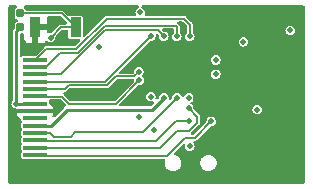
<source format=gbl>
%TF.GenerationSoftware,KiCad,Pcbnew,(6.0.9)*%
%TF.CreationDate,2023-06-25T00:46:12+02:00*%
%TF.ProjectId,keyring_beerclock,6b657972-696e-4675-9f62-656572636c6f,rev?*%
%TF.SameCoordinates,Original*%
%TF.FileFunction,Copper,L4,Bot*%
%TF.FilePolarity,Positive*%
%FSLAX46Y46*%
G04 Gerber Fmt 4.6, Leading zero omitted, Abs format (unit mm)*
G04 Created by KiCad (PCBNEW (6.0.9)) date 2023-06-25 00:46:12*
%MOMM*%
%LPD*%
G01*
G04 APERTURE LIST*
G04 Aperture macros list*
%AMRoundRect*
0 Rectangle with rounded corners*
0 $1 Rounding radius*
0 $2 $3 $4 $5 $6 $7 $8 $9 X,Y pos of 4 corners*
0 Add a 4 corners polygon primitive as box body*
4,1,4,$2,$3,$4,$5,$6,$7,$8,$9,$2,$3,0*
0 Add four circle primitives for the rounded corners*
1,1,$1+$1,$2,$3*
1,1,$1+$1,$4,$5*
1,1,$1+$1,$6,$7*
1,1,$1+$1,$8,$9*
0 Add four rect primitives between the rounded corners*
20,1,$1+$1,$2,$3,$4,$5,0*
20,1,$1+$1,$4,$5,$6,$7,0*
20,1,$1+$1,$6,$7,$8,$9,0*
20,1,$1+$1,$8,$9,$2,$3,0*%
G04 Aperture macros list end*
%TA.AperFunction,SMDPad,CuDef*%
%ADD10R,0.900000X1.700000*%
%TD*%
%TA.AperFunction,SMDPad,CuDef*%
%ADD11RoundRect,0.160000X0.160000X-0.197500X0.160000X0.197500X-0.160000X0.197500X-0.160000X-0.197500X0*%
%TD*%
%TA.AperFunction,SMDPad,CuDef*%
%ADD12R,2.000000X0.350000*%
%TD*%
%TA.AperFunction,ViaPad*%
%ADD13C,0.500000*%
%TD*%
%TA.AperFunction,Conductor*%
%ADD14C,0.150000*%
%TD*%
%TA.AperFunction,Conductor*%
%ADD15C,0.250000*%
%TD*%
%TA.AperFunction,Conductor*%
%ADD16C,0.200000*%
%TD*%
G04 APERTURE END LIST*
D10*
%TO.P,SW3,1,1*%
%TO.N,BTN_RIGHT*%
X135120000Y-69340000D03*
%TO.P,SW3,2,2*%
%TO.N,GND*%
X131720000Y-69340000D03*
%TD*%
D11*
%TO.P,R7,1*%
%TO.N,+3V3*%
X130450000Y-69348928D03*
%TO.P,R7,2*%
%TO.N,BTN_RIGHT*%
X130450000Y-68153928D03*
%TD*%
D12*
%TO.P,U1,1,C2P*%
%TO.N,/C2P*%
X131690000Y-80150000D03*
%TO.P,U1,2,C2N*%
%TO.N,/C2N*%
X131690000Y-79530000D03*
%TO.P,U1,3,C1P*%
%TO.N,/C1P*%
X131690000Y-78910000D03*
%TO.P,U1,4,C1N*%
%TO.N,/C1N*%
X131690000Y-78290000D03*
%TO.P,U1,5,VBAT*%
%TO.N,/VBAT*%
X131690000Y-77670000D03*
%TO.P,U1,6,NC*%
%TO.N,unconnected-(U1-Pad6)*%
X131690000Y-77050000D03*
%TO.P,U1,7,VSS*%
%TO.N,GND*%
X131690000Y-76430000D03*
%TO.P,U1,8,VDD*%
%TO.N,+3V3*%
X131690000Y-75810000D03*
%TO.P,U1,9,~{RES}*%
%TO.N,~{RES}*%
X131690000Y-75190000D03*
%TO.P,U1,10,SCL*%
%TO.N,SCL*%
X131690000Y-74570000D03*
%TO.P,U1,11,SDA*%
%TO.N,SDA*%
X131690000Y-73950000D03*
%TO.P,U1,12,IREF*%
%TO.N,/IREF*%
X131690000Y-73330000D03*
%TO.P,U1,13,VCOMM*%
%TO.N,/VCOMM*%
X131690000Y-72710000D03*
%TO.P,U1,14,VCC*%
%TO.N,/VCC_CAP*%
X131690000Y-72090000D03*
%TD*%
D13*
%TO.N,GND*%
X150500000Y-78100000D03*
X150500000Y-77400000D03*
%TO.N,UDPI*%
X144700000Y-75300000D03*
X150500000Y-76300000D03*
%TO.N,BTN_RIGHT*%
X133000000Y-70200000D03*
%TO.N,GND*%
X133000000Y-69400000D03*
X133000000Y-68700000D03*
X147100000Y-74400000D03*
X147100000Y-70900000D03*
X135400000Y-82100000D03*
X133200000Y-82100000D03*
X131000000Y-82100000D03*
X146500000Y-68600000D03*
X146500000Y-67900000D03*
X139500000Y-67900000D03*
%TO.N,+3V3*%
X141800000Y-78050500D03*
%TO.N,BTN_RIGHT*%
X141500000Y-75200000D03*
%TO.N,GND*%
X137800000Y-75000000D03*
%TO.N,/PWR_IN*%
X140500000Y-76900000D03*
X144800000Y-79400000D03*
%TO.N,GND*%
X145300000Y-73100000D03*
%TO.N,+3V3*%
X130100000Y-75800000D03*
X137100000Y-71000000D03*
X140600000Y-68072975D03*
X153300000Y-69600000D03*
X149330000Y-70570000D03*
X147000000Y-73300000D03*
X147000000Y-72100000D03*
%TO.N,~{RES}*%
X140505741Y-73807176D03*
%TO.N,SCL*%
X140480000Y-73120000D03*
%TO.N,/C2P*%
X146600000Y-77300000D03*
%TO.N,/C2N*%
X144700000Y-76200000D03*
%TO.N,/C1P*%
X144700000Y-77300000D03*
%TO.N,/C1N*%
X143700000Y-75300000D03*
%TO.N,/VBAT*%
X142600000Y-75300000D03*
%TO.N,/VCC_CAP*%
X144800000Y-70100000D03*
%TO.N,/VCOMM*%
X143700000Y-70100000D03*
%TO.N,/IREF*%
X142600000Y-70100000D03*
%TO.N,SDA*%
X141500000Y-70100000D03*
%TD*%
D14*
%TO.N,BTN_RIGHT*%
X133860000Y-69340000D02*
X133000000Y-70200000D01*
X135120000Y-69340000D02*
X133860000Y-69340000D01*
D15*
%TO.N,+3V3*%
X130100000Y-69698928D02*
X130450000Y-69348928D01*
X130100000Y-75800000D02*
X130100000Y-69698928D01*
D14*
%TO.N,BTN_RIGHT*%
X133933928Y-68153928D02*
X135120000Y-69340000D01*
X130450000Y-68153928D02*
X133933928Y-68153928D01*
%TO.N,/VCC_CAP*%
X135171473Y-71179999D02*
X132600001Y-71179999D01*
X137751472Y-68600000D02*
X135171473Y-71179999D01*
X144300000Y-68600000D02*
X137751472Y-68600000D01*
X144800000Y-69100000D02*
X144300000Y-68600000D01*
X144800000Y-70100000D02*
X144800000Y-69100000D01*
X132600001Y-71179999D02*
X131690000Y-72090000D01*
%TO.N,/VCOMM*%
X132605759Y-72710000D02*
X131690000Y-72710000D01*
X135295737Y-71479999D02*
X133835760Y-71479999D01*
X133835760Y-71479999D02*
X132605759Y-72710000D01*
X137575736Y-69200000D02*
X135295737Y-71479999D01*
X143600000Y-69200000D02*
X137575736Y-69200000D01*
X143700000Y-69300000D02*
X143600000Y-69200000D01*
X143700000Y-70100000D02*
X143700000Y-69300000D01*
%TO.N,/IREF*%
X133870000Y-73330000D02*
X131690000Y-73330000D01*
X137600000Y-69600000D02*
X133870000Y-73330000D01*
X142100000Y-69600000D02*
X137600000Y-69600000D01*
X142600000Y-70100000D02*
X142100000Y-69600000D01*
%TO.N,~{RES}*%
X134000000Y-75200000D02*
X131700000Y-75200000D01*
X131700000Y-75200000D02*
X131690000Y-75190000D01*
X134600000Y-75800000D02*
X134000000Y-75200000D01*
X138512917Y-75800000D02*
X134600000Y-75800000D01*
X140505741Y-73807176D02*
X138512917Y-75800000D01*
%TO.N,SCL*%
X138524264Y-73500000D02*
X137774264Y-74250000D01*
X140100000Y-73500000D02*
X138524264Y-73500000D01*
X134550000Y-74250000D02*
X134230000Y-74570000D01*
X134230000Y-74570000D02*
X131690000Y-74570000D01*
X140480000Y-73120000D02*
X140100000Y-73500000D01*
X137774264Y-74250000D02*
X134550000Y-74250000D01*
D15*
%TO.N,+3V3*%
X130110000Y-75810000D02*
X130100000Y-75800000D01*
X131690000Y-75810000D02*
X130110000Y-75810000D01*
D16*
%TO.N,/C2P*%
X131740000Y-80200000D02*
X131690000Y-80150000D01*
X144368627Y-78700000D02*
X142868627Y-80200000D01*
X145200000Y-78700000D02*
X144368627Y-78700000D01*
X146600000Y-77300000D02*
X145200000Y-78700000D01*
X142868627Y-80200000D02*
X131740000Y-80200000D01*
%TO.N,/C2N*%
X144700000Y-78100000D02*
X143700000Y-78100000D01*
X145400000Y-77400000D02*
X144700000Y-78100000D01*
X145400000Y-76900000D02*
X145400000Y-77400000D01*
X143700000Y-78100000D02*
X142270000Y-79530000D01*
X144700000Y-76200000D02*
X145400000Y-76900000D01*
X142270000Y-79530000D02*
X131690000Y-79530000D01*
%TO.N,/C1P*%
X141964999Y-78935001D02*
X131715001Y-78935001D01*
X143600000Y-77300000D02*
X141964999Y-78935001D01*
X131715001Y-78935001D02*
X131690000Y-78910000D01*
X144700000Y-77300000D02*
X143600000Y-77300000D01*
%TO.N,/C1N*%
X132990000Y-78290000D02*
X131690000Y-78290000D01*
X133285001Y-78585001D02*
X132990000Y-78290000D01*
X135085001Y-78200000D02*
X134700000Y-78585001D01*
X140800000Y-78200000D02*
X135085001Y-78200000D01*
X134700000Y-78585001D02*
X133285001Y-78585001D01*
X143700000Y-75300000D02*
X140800000Y-78200000D01*
D15*
%TO.N,/VBAT*%
X134370000Y-76300000D02*
X133000000Y-77670000D01*
X141600000Y-76300000D02*
X134370000Y-76300000D01*
X133000000Y-77670000D02*
X131690000Y-77670000D01*
X142600000Y-75300000D02*
X141600000Y-76300000D01*
D14*
%TO.N,SDA*%
X137650000Y-73950000D02*
X131690000Y-73950000D01*
X141500000Y-70100000D02*
X137650000Y-73950000D01*
%TD*%
%TA.AperFunction,Conductor*%
%TO.N,GND*%
G36*
X130105438Y-67490502D02*
G01*
X130151931Y-67544158D01*
X130162035Y-67614432D01*
X130132541Y-67679012D01*
X130115728Y-67694042D01*
X130111085Y-67696105D01*
X130029365Y-67777967D01*
X130024662Y-67788604D01*
X130024661Y-67788606D01*
X130004313Y-67834633D01*
X129982594Y-67883760D01*
X129979500Y-67910299D01*
X129979501Y-68397556D01*
X129982722Y-68424632D01*
X130029677Y-68530343D01*
X130111539Y-68612063D01*
X130166107Y-68636187D01*
X130220320Y-68682023D01*
X130241148Y-68749896D01*
X130221974Y-68818255D01*
X130166307Y-68866577D01*
X130111085Y-68891105D01*
X130029365Y-68972967D01*
X130024662Y-68983604D01*
X130024661Y-68983606D01*
X129986425Y-69070094D01*
X129982594Y-69078760D01*
X129979500Y-69105299D01*
X129979501Y-69267450D01*
X129979501Y-69377621D01*
X129959499Y-69445741D01*
X129942596Y-69466716D01*
X129933156Y-69476156D01*
X129914064Y-69491826D01*
X129901376Y-69500304D01*
X129840485Y-69591433D01*
X129824500Y-69671795D01*
X129819103Y-69698928D01*
X129821524Y-69711099D01*
X129822079Y-69713889D01*
X129824500Y-69738471D01*
X129824500Y-75456918D01*
X129804498Y-75525039D01*
X129787595Y-75546013D01*
X129771950Y-75561658D01*
X129714354Y-75674696D01*
X129712804Y-75684485D01*
X129712803Y-75684487D01*
X129701339Y-75756869D01*
X129694508Y-75800000D01*
X129696059Y-75809793D01*
X129712620Y-75914354D01*
X129714354Y-75925304D01*
X129771950Y-76038342D01*
X129861658Y-76128050D01*
X129974696Y-76185646D01*
X129984485Y-76187196D01*
X129984487Y-76187197D01*
X130100000Y-76205492D01*
X130099518Y-76208535D01*
X130151994Y-76223943D01*
X130166386Y-76234717D01*
X130187865Y-76253329D01*
X130195548Y-76255000D01*
X133179884Y-76255000D01*
X133195123Y-76250525D01*
X133196328Y-76249135D01*
X133197999Y-76241452D01*
X133197999Y-76210331D01*
X133197629Y-76203510D01*
X133192105Y-76152648D01*
X133188479Y-76137396D01*
X133143324Y-76016946D01*
X133134786Y-76001351D01*
X133058285Y-75899276D01*
X133045724Y-75886715D01*
X132943649Y-75810214D01*
X132928055Y-75801676D01*
X132922273Y-75799509D01*
X132865508Y-75756869D01*
X132840806Y-75690308D01*
X132840500Y-75681526D01*
X132840500Y-75620180D01*
X132831767Y-75576278D01*
X132836231Y-75575390D01*
X132831285Y-75529028D01*
X132863116Y-75465567D01*
X132924203Y-75429389D01*
X132955265Y-75425500D01*
X133854403Y-75425500D01*
X133922524Y-75445502D01*
X133943498Y-75462404D01*
X134171403Y-75690308D01*
X134314210Y-75833115D01*
X134348235Y-75895428D01*
X134343171Y-75966243D01*
X134300624Y-76023079D01*
X134274114Y-76038175D01*
X134262506Y-76040484D01*
X134194378Y-76086006D01*
X134194377Y-76086007D01*
X134171376Y-76101376D01*
X134164485Y-76111689D01*
X134162898Y-76114064D01*
X134147228Y-76133156D01*
X133378225Y-76902159D01*
X133315913Y-76936185D01*
X133245098Y-76931120D01*
X133188262Y-76888573D01*
X133163451Y-76822053D01*
X133171148Y-76768834D01*
X133188478Y-76722606D01*
X133192105Y-76707351D01*
X133197631Y-76656486D01*
X133198000Y-76649672D01*
X133198000Y-76623115D01*
X133193525Y-76607876D01*
X133192135Y-76606671D01*
X133184452Y-76605000D01*
X130200116Y-76605000D01*
X130184877Y-76609475D01*
X130183672Y-76610865D01*
X130182001Y-76618548D01*
X130182001Y-76649669D01*
X130182371Y-76656490D01*
X130187895Y-76707352D01*
X130191521Y-76722604D01*
X130236676Y-76843054D01*
X130245214Y-76858649D01*
X130321715Y-76960724D01*
X130334276Y-76973285D01*
X130436351Y-77049786D01*
X130451945Y-77058324D01*
X130457727Y-77060491D01*
X130514492Y-77103131D01*
X130539194Y-77169692D01*
X130539500Y-77178474D01*
X130539500Y-77239820D01*
X130548233Y-77283722D01*
X130555128Y-77294042D01*
X130559876Y-77305503D01*
X130557580Y-77306454D01*
X130573642Y-77357753D01*
X130557294Y-77413428D01*
X130559876Y-77414497D01*
X130555128Y-77425958D01*
X130548233Y-77436278D01*
X130539500Y-77480180D01*
X130539500Y-77859820D01*
X130548233Y-77903722D01*
X130555128Y-77914042D01*
X130559876Y-77925503D01*
X130557580Y-77926454D01*
X130573642Y-77977753D01*
X130557294Y-78033428D01*
X130559876Y-78034497D01*
X130555128Y-78045958D01*
X130548233Y-78056278D01*
X130539500Y-78100180D01*
X130539500Y-78479820D01*
X130548233Y-78523722D01*
X130555128Y-78534042D01*
X130559876Y-78545503D01*
X130557580Y-78546454D01*
X130573642Y-78597753D01*
X130557294Y-78653428D01*
X130559876Y-78654497D01*
X130555128Y-78665958D01*
X130548233Y-78676278D01*
X130539500Y-78720180D01*
X130539500Y-79099820D01*
X130548233Y-79143722D01*
X130555128Y-79154042D01*
X130559876Y-79165503D01*
X130557580Y-79166454D01*
X130573642Y-79217753D01*
X130557294Y-79273428D01*
X130559876Y-79274497D01*
X130555128Y-79285958D01*
X130548233Y-79296278D01*
X130539500Y-79340180D01*
X130539500Y-79719820D01*
X130548233Y-79763722D01*
X130555128Y-79774042D01*
X130559876Y-79785503D01*
X130557580Y-79786454D01*
X130573642Y-79837753D01*
X130557294Y-79893428D01*
X130559876Y-79894497D01*
X130555128Y-79905958D01*
X130548233Y-79916278D01*
X130539500Y-79960180D01*
X130539500Y-80339820D01*
X130548233Y-80383722D01*
X130555127Y-80394040D01*
X130555128Y-80394042D01*
X130573547Y-80421608D01*
X130581496Y-80433504D01*
X130591815Y-80440399D01*
X130620958Y-80459872D01*
X130620960Y-80459873D01*
X130631278Y-80466767D01*
X130675180Y-80475500D01*
X132704820Y-80475500D01*
X132748722Y-80466767D01*
X132758797Y-80460035D01*
X132806730Y-80450500D01*
X142581465Y-80450500D01*
X142649586Y-80470502D01*
X142696079Y-80524158D01*
X142706183Y-80594432D01*
X142703669Y-80607196D01*
X142669919Y-80741559D01*
X142669031Y-80911105D01*
X142708612Y-81075968D01*
X142786375Y-81226631D01*
X142791367Y-81232353D01*
X142791368Y-81232355D01*
X142853808Y-81303931D01*
X142897831Y-81354396D01*
X142904045Y-81358763D01*
X143030330Y-81447518D01*
X143030332Y-81447519D01*
X143036547Y-81451887D01*
X143194513Y-81513476D01*
X143202046Y-81514468D01*
X143202047Y-81514468D01*
X143319739Y-81529962D01*
X143323826Y-81530500D01*
X143412516Y-81530500D01*
X143538320Y-81515276D01*
X143696923Y-81455345D01*
X143836651Y-81359312D01*
X143846132Y-81348671D01*
X143944388Y-81238392D01*
X143944390Y-81238388D01*
X143949440Y-81232721D01*
X143956238Y-81219883D01*
X144025224Y-81089589D01*
X144028776Y-81082881D01*
X144070081Y-80918441D01*
X144070119Y-80911105D01*
X145669031Y-80911105D01*
X145708612Y-81075968D01*
X145786375Y-81226631D01*
X145791367Y-81232353D01*
X145791368Y-81232355D01*
X145853808Y-81303931D01*
X145897831Y-81354396D01*
X145904045Y-81358763D01*
X146030330Y-81447518D01*
X146030332Y-81447519D01*
X146036547Y-81451887D01*
X146194513Y-81513476D01*
X146202046Y-81514468D01*
X146202047Y-81514468D01*
X146319739Y-81529962D01*
X146323826Y-81530500D01*
X146412516Y-81530500D01*
X146538320Y-81515276D01*
X146696923Y-81455345D01*
X146836651Y-81359312D01*
X146846132Y-81348671D01*
X146944388Y-81238392D01*
X146944390Y-81238388D01*
X146949440Y-81232721D01*
X146956238Y-81219883D01*
X147025224Y-81089589D01*
X147028776Y-81082881D01*
X147070081Y-80918441D01*
X147070969Y-80748895D01*
X147031388Y-80584032D01*
X146975371Y-80475500D01*
X146957108Y-80440117D01*
X146957108Y-80440116D01*
X146953625Y-80433369D01*
X146948313Y-80427279D01*
X146847163Y-80311329D01*
X146842169Y-80305604D01*
X146783649Y-80264475D01*
X146709670Y-80212482D01*
X146709668Y-80212481D01*
X146703453Y-80208113D01*
X146545487Y-80146524D01*
X146537954Y-80145532D01*
X146537953Y-80145532D01*
X146420261Y-80130038D01*
X146420260Y-80130038D01*
X146416174Y-80129500D01*
X146327484Y-80129500D01*
X146201680Y-80144724D01*
X146043077Y-80204655D01*
X145903349Y-80300688D01*
X145898297Y-80306358D01*
X145898296Y-80306359D01*
X145795612Y-80421608D01*
X145795610Y-80421612D01*
X145790560Y-80427279D01*
X145787008Y-80433988D01*
X145787007Y-80433989D01*
X145783613Y-80440399D01*
X145711224Y-80577119D01*
X145669919Y-80741559D01*
X145669031Y-80911105D01*
X144070119Y-80911105D01*
X144070969Y-80748895D01*
X144031388Y-80584032D01*
X143975371Y-80475500D01*
X143957108Y-80440117D01*
X143957108Y-80440116D01*
X143953625Y-80433369D01*
X143948313Y-80427279D01*
X143847163Y-80311329D01*
X143842169Y-80305604D01*
X143783649Y-80264475D01*
X143709670Y-80212482D01*
X143709668Y-80212481D01*
X143703453Y-80208113D01*
X143545487Y-80146524D01*
X143542776Y-80146167D01*
X143483551Y-80110915D01*
X143451862Y-80047383D01*
X143459550Y-79976804D01*
X143486796Y-79936091D01*
X144190236Y-79232651D01*
X144252548Y-79198625D01*
X144323363Y-79203690D01*
X144380199Y-79246237D01*
X144405010Y-79312757D01*
X144403780Y-79341456D01*
X144396059Y-79390206D01*
X144394508Y-79400000D01*
X144414354Y-79525304D01*
X144471950Y-79638342D01*
X144561658Y-79728050D01*
X144674696Y-79785646D01*
X144684485Y-79787196D01*
X144684487Y-79787197D01*
X144790207Y-79803941D01*
X144800000Y-79805492D01*
X144809793Y-79803941D01*
X144915513Y-79787197D01*
X144915515Y-79787196D01*
X144925304Y-79785646D01*
X145038342Y-79728050D01*
X145128050Y-79638342D01*
X145185646Y-79525304D01*
X145205492Y-79400000D01*
X145203941Y-79390206D01*
X145187197Y-79284487D01*
X145187196Y-79284485D01*
X145185646Y-79274696D01*
X145156632Y-79217753D01*
X145132551Y-79170491D01*
X145132550Y-79170489D01*
X145128050Y-79161658D01*
X145121039Y-79154647D01*
X145119878Y-79153049D01*
X145096019Y-79086182D01*
X145112098Y-79017030D01*
X145163012Y-78967549D01*
X145200565Y-78958249D01*
X145200000Y-78955408D01*
X145297741Y-78935966D01*
X145327536Y-78916057D01*
X145380601Y-78880601D01*
X145387493Y-78870286D01*
X145387495Y-78870284D01*
X145387688Y-78869995D01*
X145403358Y-78850902D01*
X146513414Y-77740846D01*
X146575726Y-77706820D01*
X146595181Y-77704729D01*
X146600000Y-77705492D01*
X146609793Y-77703941D01*
X146715513Y-77687197D01*
X146715515Y-77687196D01*
X146725304Y-77685646D01*
X146838342Y-77628050D01*
X146928050Y-77538342D01*
X146985646Y-77425304D01*
X146993562Y-77375327D01*
X147003941Y-77309793D01*
X147005492Y-77300000D01*
X147000986Y-77271551D01*
X146987197Y-77184487D01*
X146987196Y-77184485D01*
X146985646Y-77174696D01*
X146928050Y-77061658D01*
X146838342Y-76971950D01*
X146725304Y-76914354D01*
X146715515Y-76912804D01*
X146715513Y-76912803D01*
X146609793Y-76896059D01*
X146600000Y-76894508D01*
X146590207Y-76896059D01*
X146484487Y-76912803D01*
X146484485Y-76912804D01*
X146474696Y-76914354D01*
X146361658Y-76971950D01*
X146271950Y-77061658D01*
X146214354Y-77174696D01*
X146212804Y-77184485D01*
X146212803Y-77184487D01*
X146199014Y-77271551D01*
X146194508Y-77300000D01*
X146194793Y-77301801D01*
X146176057Y-77365612D01*
X146159154Y-77386586D01*
X145133145Y-78412595D01*
X145070833Y-78446621D01*
X145044050Y-78449500D01*
X145008950Y-78449500D01*
X144940829Y-78429498D01*
X144894336Y-78375842D01*
X144884232Y-78305568D01*
X144913726Y-78240988D01*
X144919855Y-78234405D01*
X145550902Y-77603358D01*
X145569995Y-77587688D01*
X145570284Y-77587495D01*
X145570286Y-77587493D01*
X145580601Y-77580601D01*
X145635966Y-77497740D01*
X145650500Y-77424674D01*
X145650500Y-77424673D01*
X145655408Y-77400000D01*
X145652921Y-77387497D01*
X145650500Y-77362915D01*
X145650500Y-76937085D01*
X145652921Y-76912502D01*
X145652987Y-76912170D01*
X145655408Y-76900000D01*
X145638754Y-76816278D01*
X145635966Y-76802260D01*
X145580601Y-76719399D01*
X145570286Y-76712507D01*
X145570284Y-76712505D01*
X145569995Y-76712312D01*
X145550902Y-76696642D01*
X145154260Y-76300000D01*
X150094508Y-76300000D01*
X150114354Y-76425304D01*
X150171950Y-76538342D01*
X150261658Y-76628050D01*
X150374696Y-76685646D01*
X150384485Y-76687196D01*
X150384487Y-76687197D01*
X150490207Y-76703941D01*
X150500000Y-76705492D01*
X150509793Y-76703941D01*
X150615513Y-76687197D01*
X150615515Y-76687196D01*
X150625304Y-76685646D01*
X150738342Y-76628050D01*
X150828050Y-76538342D01*
X150885646Y-76425304D01*
X150905492Y-76300000D01*
X150903941Y-76290207D01*
X150887197Y-76184487D01*
X150887196Y-76184485D01*
X150885646Y-76174696D01*
X150828050Y-76061658D01*
X150738342Y-75971950D01*
X150625304Y-75914354D01*
X150615515Y-75912804D01*
X150615513Y-75912803D01*
X150509793Y-75896059D01*
X150500000Y-75894508D01*
X150490207Y-75896059D01*
X150384487Y-75912803D01*
X150384485Y-75912804D01*
X150374696Y-75914354D01*
X150261658Y-75971950D01*
X150171950Y-76061658D01*
X150114354Y-76174696D01*
X150112804Y-76184485D01*
X150112803Y-76184487D01*
X150096059Y-76290207D01*
X150094508Y-76300000D01*
X145154260Y-76300000D01*
X145140846Y-76286586D01*
X145106820Y-76224274D01*
X145104729Y-76204819D01*
X145105492Y-76200000D01*
X145094809Y-76132550D01*
X145087197Y-76084487D01*
X145087196Y-76084485D01*
X145085646Y-76074696D01*
X145028050Y-75961658D01*
X144938342Y-75871950D01*
X144919338Y-75862267D01*
X144867723Y-75813519D01*
X144850657Y-75744604D01*
X144873558Y-75677402D01*
X144919338Y-75637733D01*
X144929510Y-75632550D01*
X144929509Y-75632550D01*
X144938342Y-75628050D01*
X145028050Y-75538342D01*
X145085646Y-75425304D01*
X145087909Y-75411019D01*
X145103941Y-75309793D01*
X145105492Y-75300000D01*
X145088103Y-75190207D01*
X145087197Y-75184487D01*
X145087196Y-75184485D01*
X145085646Y-75174696D01*
X145028050Y-75061658D01*
X144938342Y-74971950D01*
X144825304Y-74914354D01*
X144815515Y-74912804D01*
X144815513Y-74912803D01*
X144709793Y-74896059D01*
X144700000Y-74894508D01*
X144690207Y-74896059D01*
X144584487Y-74912803D01*
X144584485Y-74912804D01*
X144574696Y-74914354D01*
X144461658Y-74971950D01*
X144371950Y-75061658D01*
X144314354Y-75174696D01*
X144312412Y-75173706D01*
X144279759Y-75221458D01*
X144214362Y-75249095D01*
X144144405Y-75236988D01*
X144092100Y-75188981D01*
X144085683Y-75174932D01*
X144085646Y-75174696D01*
X144028050Y-75061658D01*
X143938342Y-74971950D01*
X143825304Y-74914354D01*
X143815515Y-74912804D01*
X143815513Y-74912803D01*
X143709793Y-74896059D01*
X143700000Y-74894508D01*
X143690207Y-74896059D01*
X143584487Y-74912803D01*
X143584485Y-74912804D01*
X143574696Y-74914354D01*
X143461658Y-74971950D01*
X143371950Y-75061658D01*
X143314354Y-75174696D01*
X143312804Y-75184485D01*
X143312803Y-75184487D01*
X143311897Y-75190207D01*
X143294508Y-75300000D01*
X143294793Y-75301801D01*
X143276057Y-75365612D01*
X143259154Y-75386586D01*
X143215668Y-75430072D01*
X143153356Y-75464098D01*
X143082541Y-75459033D01*
X143025705Y-75416486D01*
X143000894Y-75349966D01*
X143002124Y-75321267D01*
X143003941Y-75309794D01*
X143003941Y-75309793D01*
X143005492Y-75300000D01*
X142988103Y-75190207D01*
X142987197Y-75184487D01*
X142987196Y-75184485D01*
X142985646Y-75174696D01*
X142928050Y-75061658D01*
X142838342Y-74971950D01*
X142725304Y-74914354D01*
X142715515Y-74912804D01*
X142715513Y-74912803D01*
X142609793Y-74896059D01*
X142600000Y-74894508D01*
X142590207Y-74896059D01*
X142484487Y-74912803D01*
X142484485Y-74912804D01*
X142474696Y-74914354D01*
X142361658Y-74971950D01*
X142271950Y-75061658D01*
X142214354Y-75174696D01*
X142212804Y-75184485D01*
X142212803Y-75184487D01*
X142197924Y-75278430D01*
X142162570Y-75347814D01*
X142103503Y-75406881D01*
X142041191Y-75440907D01*
X141970376Y-75435842D01*
X141913540Y-75393295D01*
X141888729Y-75326775D01*
X141889959Y-75298076D01*
X141903941Y-75209794D01*
X141903941Y-75209793D01*
X141905492Y-75200000D01*
X141901484Y-75174696D01*
X141887197Y-75084487D01*
X141887196Y-75084485D01*
X141885646Y-75074696D01*
X141828050Y-74961658D01*
X141738342Y-74871950D01*
X141625304Y-74814354D01*
X141615515Y-74812804D01*
X141615513Y-74812803D01*
X141509793Y-74796059D01*
X141500000Y-74794508D01*
X141490207Y-74796059D01*
X141384487Y-74812803D01*
X141384485Y-74812804D01*
X141374696Y-74814354D01*
X141261658Y-74871950D01*
X141171950Y-74961658D01*
X141114354Y-75074696D01*
X141112804Y-75084485D01*
X141112803Y-75084487D01*
X141098516Y-75174696D01*
X141094508Y-75200000D01*
X141096059Y-75209793D01*
X141110042Y-75298076D01*
X141114354Y-75325304D01*
X141171950Y-75438342D01*
X141261658Y-75528050D01*
X141374696Y-75585646D01*
X141384485Y-75587196D01*
X141384487Y-75587197D01*
X141490207Y-75603941D01*
X141500000Y-75605492D01*
X141509793Y-75603941D01*
X141509794Y-75603941D01*
X141598076Y-75589959D01*
X141668487Y-75599059D01*
X141722801Y-75644781D01*
X141743773Y-75712609D01*
X141724745Y-75781009D01*
X141706881Y-75803503D01*
X141522789Y-75987595D01*
X141460477Y-76021621D01*
X141433694Y-76024500D01*
X138911513Y-76024500D01*
X138843392Y-76004498D01*
X138796899Y-75950842D01*
X138786795Y-75880568D01*
X138816289Y-75815988D01*
X138822418Y-75809405D01*
X140385597Y-74246226D01*
X140447909Y-74212200D01*
X140494405Y-74210873D01*
X140495945Y-74211117D01*
X140495949Y-74211117D01*
X140505741Y-74212668D01*
X140515534Y-74211117D01*
X140621254Y-74194373D01*
X140621256Y-74194372D01*
X140631045Y-74192822D01*
X140744083Y-74135226D01*
X140833791Y-74045518D01*
X140891387Y-73932480D01*
X140911233Y-73807176D01*
X140897683Y-73721621D01*
X140892938Y-73691663D01*
X140892937Y-73691661D01*
X140891387Y-73681872D01*
X140833791Y-73568834D01*
X140804770Y-73539813D01*
X140770744Y-73477501D01*
X140775809Y-73406686D01*
X140796576Y-73374366D01*
X140795211Y-73373374D01*
X140801038Y-73365354D01*
X140808050Y-73358342D01*
X140837777Y-73300000D01*
X146594508Y-73300000D01*
X146614354Y-73425304D01*
X146671950Y-73538342D01*
X146761658Y-73628050D01*
X146874696Y-73685646D01*
X146884485Y-73687196D01*
X146884487Y-73687197D01*
X146990207Y-73703941D01*
X147000000Y-73705492D01*
X147009793Y-73703941D01*
X147115513Y-73687197D01*
X147115515Y-73687196D01*
X147125304Y-73685646D01*
X147238342Y-73628050D01*
X147328050Y-73538342D01*
X147385646Y-73425304D01*
X147405492Y-73300000D01*
X147396829Y-73245304D01*
X147387197Y-73184487D01*
X147387196Y-73184485D01*
X147385646Y-73174696D01*
X147328050Y-73061658D01*
X147238342Y-72971950D01*
X147125304Y-72914354D01*
X147115515Y-72912804D01*
X147115513Y-72912803D01*
X147009793Y-72896059D01*
X147000000Y-72894508D01*
X146990207Y-72896059D01*
X146884487Y-72912803D01*
X146884485Y-72912804D01*
X146874696Y-72914354D01*
X146761658Y-72971950D01*
X146671950Y-73061658D01*
X146614354Y-73174696D01*
X146612804Y-73184485D01*
X146612803Y-73184487D01*
X146603171Y-73245304D01*
X146594508Y-73300000D01*
X140837777Y-73300000D01*
X140865646Y-73245304D01*
X140875279Y-73184487D01*
X140883941Y-73129793D01*
X140885492Y-73120000D01*
X140877192Y-73067595D01*
X140867197Y-73004487D01*
X140867196Y-73004485D01*
X140865646Y-72994696D01*
X140808050Y-72881658D01*
X140718342Y-72791950D01*
X140605304Y-72734354D01*
X140595515Y-72732804D01*
X140595513Y-72732803D01*
X140489793Y-72716059D01*
X140480000Y-72714508D01*
X140470207Y-72716059D01*
X140364487Y-72732803D01*
X140364485Y-72732804D01*
X140354696Y-72734354D01*
X140241658Y-72791950D01*
X140151950Y-72881658D01*
X140094354Y-72994696D01*
X140092804Y-73004485D01*
X140092803Y-73004487D01*
X140082808Y-73067595D01*
X140074508Y-73120000D01*
X140076059Y-73129793D01*
X140076059Y-73139711D01*
X140074489Y-73139711D01*
X140066800Y-73199201D01*
X140021078Y-73253515D01*
X139951451Y-73274500D01*
X138948596Y-73274500D01*
X138880475Y-73254498D01*
X138833982Y-73200842D01*
X138823878Y-73130568D01*
X138853372Y-73065988D01*
X138859501Y-73059405D01*
X139818906Y-72100000D01*
X146594508Y-72100000D01*
X146596059Y-72109793D01*
X146603434Y-72156354D01*
X146614354Y-72225304D01*
X146671950Y-72338342D01*
X146761658Y-72428050D01*
X146874696Y-72485646D01*
X146884485Y-72487196D01*
X146884487Y-72487197D01*
X146990207Y-72503941D01*
X147000000Y-72505492D01*
X147009793Y-72503941D01*
X147115513Y-72487197D01*
X147115515Y-72487196D01*
X147125304Y-72485646D01*
X147238342Y-72428050D01*
X147328050Y-72338342D01*
X147385646Y-72225304D01*
X147396567Y-72156354D01*
X147403941Y-72109793D01*
X147405492Y-72100000D01*
X147397110Y-72047075D01*
X147387197Y-71984487D01*
X147387196Y-71984485D01*
X147385646Y-71974696D01*
X147328050Y-71861658D01*
X147238342Y-71771950D01*
X147125304Y-71714354D01*
X147115515Y-71712804D01*
X147115513Y-71712803D01*
X147009793Y-71696059D01*
X147000000Y-71694508D01*
X146990207Y-71696059D01*
X146884487Y-71712803D01*
X146884485Y-71712804D01*
X146874696Y-71714354D01*
X146761658Y-71771950D01*
X146671950Y-71861658D01*
X146614354Y-71974696D01*
X146612804Y-71984485D01*
X146612803Y-71984487D01*
X146602890Y-72047075D01*
X146594508Y-72100000D01*
X139818906Y-72100000D01*
X141348905Y-70570000D01*
X148924508Y-70570000D01*
X148926059Y-70579793D01*
X148941912Y-70679884D01*
X148944354Y-70695304D01*
X149001950Y-70808342D01*
X149091658Y-70898050D01*
X149204696Y-70955646D01*
X149214485Y-70957196D01*
X149214487Y-70957197D01*
X149320207Y-70973941D01*
X149330000Y-70975492D01*
X149339793Y-70973941D01*
X149445513Y-70957197D01*
X149445515Y-70957196D01*
X149455304Y-70955646D01*
X149568342Y-70898050D01*
X149658050Y-70808342D01*
X149715646Y-70695304D01*
X149718089Y-70679884D01*
X149733941Y-70579793D01*
X149735492Y-70570000D01*
X149733637Y-70558285D01*
X149717197Y-70454487D01*
X149717196Y-70454485D01*
X149715646Y-70444696D01*
X149658050Y-70331658D01*
X149568342Y-70241950D01*
X149455304Y-70184354D01*
X149445515Y-70182804D01*
X149445513Y-70182803D01*
X149339793Y-70166059D01*
X149330000Y-70164508D01*
X149320207Y-70166059D01*
X149214487Y-70182803D01*
X149214485Y-70182804D01*
X149204696Y-70184354D01*
X149091658Y-70241950D01*
X149001950Y-70331658D01*
X148944354Y-70444696D01*
X148942804Y-70454485D01*
X148942803Y-70454487D01*
X148926363Y-70558285D01*
X148924508Y-70570000D01*
X141348905Y-70570000D01*
X141379855Y-70539050D01*
X141442167Y-70505025D01*
X141488661Y-70503696D01*
X141500000Y-70505492D01*
X141509793Y-70503941D01*
X141615513Y-70487197D01*
X141615515Y-70487196D01*
X141625304Y-70485646D01*
X141738342Y-70428050D01*
X141828050Y-70338342D01*
X141885646Y-70225304D01*
X141887930Y-70210887D01*
X141903941Y-70109793D01*
X141903941Y-70109791D01*
X141905492Y-70100000D01*
X141903941Y-70090206D01*
X141895471Y-70036726D01*
X141904571Y-69966315D01*
X141950293Y-69912001D01*
X142018122Y-69891029D01*
X142086521Y-69910057D01*
X142109015Y-69927921D01*
X142160950Y-69979856D01*
X142194976Y-70042168D01*
X142196303Y-70088664D01*
X142196059Y-70090204D01*
X142196059Y-70090206D01*
X142194508Y-70100000D01*
X142196059Y-70109791D01*
X142196059Y-70109793D01*
X142212071Y-70210887D01*
X142214354Y-70225304D01*
X142271950Y-70338342D01*
X142361658Y-70428050D01*
X142474696Y-70485646D01*
X142484485Y-70487196D01*
X142484487Y-70487197D01*
X142590207Y-70503941D01*
X142600000Y-70505492D01*
X142609793Y-70503941D01*
X142715513Y-70487197D01*
X142715515Y-70487196D01*
X142725304Y-70485646D01*
X142838342Y-70428050D01*
X142928050Y-70338342D01*
X142985646Y-70225304D01*
X142987930Y-70210887D01*
X143003941Y-70109793D01*
X143003941Y-70109791D01*
X143005492Y-70100000D01*
X143003941Y-70090206D01*
X142987197Y-69984487D01*
X142987196Y-69984485D01*
X142985646Y-69974696D01*
X142928050Y-69861658D01*
X142838342Y-69771950D01*
X142725304Y-69714354D01*
X142715515Y-69712804D01*
X142715513Y-69712803D01*
X142609793Y-69696059D01*
X142600000Y-69694508D01*
X142588661Y-69696304D01*
X142586766Y-69696059D01*
X142580289Y-69696059D01*
X142580289Y-69695222D01*
X142518250Y-69687205D01*
X142479855Y-69660950D01*
X142459500Y-69640595D01*
X142425474Y-69578283D01*
X142430539Y-69507468D01*
X142473086Y-69450632D01*
X142539606Y-69425821D01*
X142548595Y-69425500D01*
X143348500Y-69425500D01*
X143416621Y-69445502D01*
X143463114Y-69499158D01*
X143474500Y-69551500D01*
X143474500Y-69706918D01*
X143454498Y-69775039D01*
X143437595Y-69796013D01*
X143371950Y-69861658D01*
X143314354Y-69974696D01*
X143312804Y-69984485D01*
X143312803Y-69984487D01*
X143296059Y-70090206D01*
X143294508Y-70100000D01*
X143296059Y-70109791D01*
X143296059Y-70109793D01*
X143312071Y-70210887D01*
X143314354Y-70225304D01*
X143371950Y-70338342D01*
X143461658Y-70428050D01*
X143574696Y-70485646D01*
X143584485Y-70487196D01*
X143584487Y-70487197D01*
X143690207Y-70503941D01*
X143700000Y-70505492D01*
X143709793Y-70503941D01*
X143815513Y-70487197D01*
X143815515Y-70487196D01*
X143825304Y-70485646D01*
X143938342Y-70428050D01*
X144028050Y-70338342D01*
X144085646Y-70225304D01*
X144087930Y-70210887D01*
X144103941Y-70109793D01*
X144103941Y-70109791D01*
X144105492Y-70100000D01*
X144103941Y-70090206D01*
X144087197Y-69984487D01*
X144087196Y-69984485D01*
X144085646Y-69974696D01*
X144028050Y-69861658D01*
X143962405Y-69796013D01*
X143928379Y-69733701D01*
X143925500Y-69706918D01*
X143925500Y-69309196D01*
X143925673Y-69302603D01*
X143927006Y-69277164D01*
X143927699Y-69263936D01*
X143920437Y-69245018D01*
X143914821Y-69226059D01*
X143913360Y-69219185D01*
X143910607Y-69206232D01*
X143902825Y-69195520D01*
X143900803Y-69190979D01*
X143898091Y-69186803D01*
X143893345Y-69174440D01*
X143879017Y-69160112D01*
X143866176Y-69145078D01*
X143862043Y-69139389D01*
X143862042Y-69139388D01*
X143854260Y-69128677D01*
X143842794Y-69122057D01*
X143832949Y-69113193D01*
X143833267Y-69112840D01*
X143826728Y-69107823D01*
X143765977Y-69047072D01*
X143761436Y-69042288D01*
X143755604Y-69035811D01*
X143724887Y-68971804D01*
X143733650Y-68901350D01*
X143779113Y-68846819D01*
X143849240Y-68825500D01*
X144154404Y-68825500D01*
X144222525Y-68845502D01*
X144243499Y-68862405D01*
X144537595Y-69156501D01*
X144571621Y-69218813D01*
X144574500Y-69245596D01*
X144574500Y-69706918D01*
X144554498Y-69775039D01*
X144537595Y-69796013D01*
X144471950Y-69861658D01*
X144414354Y-69974696D01*
X144412804Y-69984485D01*
X144412803Y-69984487D01*
X144396059Y-70090206D01*
X144394508Y-70100000D01*
X144396059Y-70109791D01*
X144396059Y-70109793D01*
X144412071Y-70210887D01*
X144414354Y-70225304D01*
X144471950Y-70338342D01*
X144561658Y-70428050D01*
X144674696Y-70485646D01*
X144684485Y-70487196D01*
X144684487Y-70487197D01*
X144790207Y-70503941D01*
X144800000Y-70505492D01*
X144809793Y-70503941D01*
X144915513Y-70487197D01*
X144915515Y-70487196D01*
X144925304Y-70485646D01*
X145038342Y-70428050D01*
X145128050Y-70338342D01*
X145185646Y-70225304D01*
X145187930Y-70210887D01*
X145203941Y-70109793D01*
X145203941Y-70109791D01*
X145205492Y-70100000D01*
X145203941Y-70090206D01*
X145187197Y-69984487D01*
X145187196Y-69984485D01*
X145185646Y-69974696D01*
X145128050Y-69861658D01*
X145062405Y-69796013D01*
X145028379Y-69733701D01*
X145025500Y-69706918D01*
X145025500Y-69600000D01*
X152894508Y-69600000D01*
X152896059Y-69609793D01*
X152912620Y-69714354D01*
X152914354Y-69725304D01*
X152971950Y-69838342D01*
X153061658Y-69928050D01*
X153174696Y-69985646D01*
X153184485Y-69987196D01*
X153184487Y-69987197D01*
X153290207Y-70003941D01*
X153300000Y-70005492D01*
X153309793Y-70003941D01*
X153415513Y-69987197D01*
X153415515Y-69987196D01*
X153425304Y-69985646D01*
X153538342Y-69928050D01*
X153628050Y-69838342D01*
X153685646Y-69725304D01*
X153687381Y-69714354D01*
X153703941Y-69609793D01*
X153705492Y-69600000D01*
X153700028Y-69565500D01*
X153687197Y-69484487D01*
X153687196Y-69484485D01*
X153685646Y-69474696D01*
X153628050Y-69361658D01*
X153538342Y-69271950D01*
X153425304Y-69214354D01*
X153415515Y-69212804D01*
X153415513Y-69212803D01*
X153309793Y-69196059D01*
X153300000Y-69194508D01*
X153290207Y-69196059D01*
X153184487Y-69212803D01*
X153184485Y-69212804D01*
X153174696Y-69214354D01*
X153061658Y-69271950D01*
X152971950Y-69361658D01*
X152914354Y-69474696D01*
X152912804Y-69484485D01*
X152912803Y-69484487D01*
X152899972Y-69565500D01*
X152894508Y-69600000D01*
X145025500Y-69600000D01*
X145025500Y-69109208D01*
X145025673Y-69102614D01*
X145027007Y-69077163D01*
X145027007Y-69077162D01*
X145027700Y-69063936D01*
X145022954Y-69051574D01*
X145022954Y-69051571D01*
X145020436Y-69045012D01*
X145014820Y-69026053D01*
X145013361Y-69019187D01*
X145013360Y-69019185D01*
X145010607Y-69006232D01*
X145002822Y-68995517D01*
X145000797Y-68990969D01*
X144998091Y-68986802D01*
X144993346Y-68974441D01*
X144979017Y-68960112D01*
X144966176Y-68945078D01*
X144962043Y-68939389D01*
X144962042Y-68939388D01*
X144954260Y-68928677D01*
X144942794Y-68922057D01*
X144932949Y-68913193D01*
X144933267Y-68912840D01*
X144926728Y-68907823D01*
X144465977Y-68447072D01*
X144461436Y-68442288D01*
X144453322Y-68433277D01*
X144435507Y-68413491D01*
X144416985Y-68405245D01*
X144399622Y-68395817D01*
X144382618Y-68384774D01*
X144369537Y-68382702D01*
X144364894Y-68380920D01*
X144360028Y-68379886D01*
X144347932Y-68374500D01*
X144327666Y-68374500D01*
X144307957Y-68372949D01*
X144287935Y-68369778D01*
X144275146Y-68373205D01*
X144261918Y-68373898D01*
X144261893Y-68373424D01*
X144253723Y-68374500D01*
X141100182Y-68374500D01*
X141032061Y-68354498D01*
X140985568Y-68300842D01*
X140975464Y-68230568D01*
X140980349Y-68209565D01*
X140981147Y-68207109D01*
X140985646Y-68198279D01*
X141005492Y-68072975D01*
X141003941Y-68063182D01*
X140987197Y-67957462D01*
X140987196Y-67957460D01*
X140985646Y-67947671D01*
X140928050Y-67834633D01*
X140838342Y-67744925D01*
X140767378Y-67708767D01*
X140715763Y-67660019D01*
X140698697Y-67591104D01*
X140721598Y-67523902D01*
X140777195Y-67479750D01*
X140824581Y-67470500D01*
X154403500Y-67470500D01*
X154471621Y-67490502D01*
X154518114Y-67544158D01*
X154529500Y-67596500D01*
X154529500Y-82443500D01*
X154509498Y-82511621D01*
X154455842Y-82558114D01*
X154403500Y-82569500D01*
X129556500Y-82569500D01*
X129488379Y-82549498D01*
X129441886Y-82495842D01*
X129430500Y-82443500D01*
X129430500Y-67596500D01*
X129450502Y-67528379D01*
X129504158Y-67481886D01*
X129556500Y-67470500D01*
X130037317Y-67470500D01*
X130105438Y-67490502D01*
G37*
%TD.AperFunction*%
%TA.AperFunction,Conductor*%
G36*
X140032443Y-73745502D02*
G01*
X140078936Y-73799158D01*
X140089040Y-73869432D01*
X140059546Y-73934012D01*
X140053417Y-73940595D01*
X138456417Y-75537595D01*
X138394105Y-75571621D01*
X138367322Y-75574500D01*
X134745597Y-75574500D01*
X134677476Y-75554498D01*
X134656502Y-75537596D01*
X134165968Y-75047063D01*
X134161427Y-75042278D01*
X134135507Y-75013491D01*
X134136296Y-75012781D01*
X134101158Y-74967216D01*
X134095081Y-74896480D01*
X134128212Y-74833687D01*
X134190031Y-74798775D01*
X134218572Y-74795500D01*
X134220792Y-74795500D01*
X134227386Y-74795673D01*
X134252836Y-74797007D01*
X134252837Y-74797007D01*
X134266064Y-74797700D01*
X134284984Y-74790437D01*
X134303942Y-74784821D01*
X134310816Y-74783360D01*
X134323768Y-74780607D01*
X134334481Y-74772824D01*
X134339029Y-74770799D01*
X134343198Y-74768092D01*
X134355560Y-74763346D01*
X134369892Y-74749014D01*
X134384927Y-74736173D01*
X134390609Y-74732045D01*
X134390611Y-74732043D01*
X134401323Y-74724260D01*
X134407944Y-74712793D01*
X134416806Y-74702950D01*
X134417159Y-74703267D01*
X134422173Y-74696733D01*
X134606500Y-74512405D01*
X134668812Y-74478380D01*
X134695596Y-74475500D01*
X137765056Y-74475500D01*
X137771650Y-74475673D01*
X137797100Y-74477007D01*
X137797101Y-74477007D01*
X137810328Y-74477700D01*
X137829248Y-74470437D01*
X137848206Y-74464821D01*
X137855080Y-74463360D01*
X137868032Y-74460607D01*
X137878745Y-74452824D01*
X137883293Y-74450799D01*
X137887462Y-74448092D01*
X137899824Y-74443346D01*
X137914156Y-74429014D01*
X137929191Y-74416173D01*
X137934873Y-74412045D01*
X137934875Y-74412043D01*
X137945587Y-74404260D01*
X137952208Y-74392793D01*
X137961070Y-74382950D01*
X137961423Y-74383268D01*
X137966436Y-74376734D01*
X138580764Y-73762405D01*
X138643077Y-73728380D01*
X138669860Y-73725500D01*
X139964322Y-73725500D01*
X140032443Y-73745502D01*
G37*
%TD.AperFunction*%
%TA.AperFunction,Conductor*%
G36*
X133856452Y-68399430D02*
G01*
X133877426Y-68416332D01*
X134143118Y-68682023D01*
X134360499Y-68899404D01*
X134394524Y-68961717D01*
X134389460Y-69032532D01*
X134346913Y-69089368D01*
X134280393Y-69114179D01*
X134271404Y-69114500D01*
X133869208Y-69114500D01*
X133862614Y-69114327D01*
X133837163Y-69112993D01*
X133837162Y-69112993D01*
X133823936Y-69112300D01*
X133811574Y-69117046D01*
X133811571Y-69117046D01*
X133805012Y-69119564D01*
X133786053Y-69125180D01*
X133779187Y-69126639D01*
X133779185Y-69126640D01*
X133766232Y-69129393D01*
X133755517Y-69137178D01*
X133750969Y-69139203D01*
X133746802Y-69141909D01*
X133734441Y-69146654D01*
X133720112Y-69160983D01*
X133705079Y-69173823D01*
X133688677Y-69185740D01*
X133682057Y-69197206D01*
X133673193Y-69207051D01*
X133672840Y-69206733D01*
X133667823Y-69213272D01*
X133120145Y-69760950D01*
X133057833Y-69794976D01*
X133011339Y-69796304D01*
X133000000Y-69794508D01*
X132990207Y-69796059D01*
X132884487Y-69812803D01*
X132884485Y-69812804D01*
X132874696Y-69814354D01*
X132861882Y-69820883D01*
X132861203Y-69821229D01*
X132791426Y-69834333D01*
X132725641Y-69807633D01*
X132684735Y-69749605D01*
X132678000Y-69708962D01*
X132678000Y-69612115D01*
X132673525Y-69596876D01*
X132672135Y-69595671D01*
X132664452Y-69594000D01*
X131992115Y-69594000D01*
X131976876Y-69598475D01*
X131975671Y-69599865D01*
X131974000Y-69607548D01*
X131974000Y-70679884D01*
X131978475Y-70695123D01*
X131979865Y-70696328D01*
X131987548Y-70697999D01*
X132214669Y-70697999D01*
X132221490Y-70697629D01*
X132272352Y-70692105D01*
X132287604Y-70688479D01*
X132408054Y-70643324D01*
X132423649Y-70634786D01*
X132525724Y-70558285D01*
X132538285Y-70545724D01*
X132554391Y-70524234D01*
X132611250Y-70481719D01*
X132682069Y-70476693D01*
X132744312Y-70510704D01*
X132761658Y-70528050D01*
X132874696Y-70585646D01*
X132884485Y-70587196D01*
X132884487Y-70587197D01*
X132990207Y-70603941D01*
X133000000Y-70605492D01*
X133009793Y-70603941D01*
X133115513Y-70587197D01*
X133115515Y-70587196D01*
X133125304Y-70585646D01*
X133238342Y-70528050D01*
X133328050Y-70438342D01*
X133385646Y-70325304D01*
X133388450Y-70307604D01*
X133403941Y-70209793D01*
X133405492Y-70200000D01*
X133403696Y-70188661D01*
X133403941Y-70186766D01*
X133403941Y-70180289D01*
X133404778Y-70180289D01*
X133412795Y-70118250D01*
X133439050Y-70079855D01*
X133916500Y-69602405D01*
X133978812Y-69568379D01*
X134005595Y-69565500D01*
X134393500Y-69565500D01*
X134461621Y-69585502D01*
X134508114Y-69639158D01*
X134519500Y-69691500D01*
X134519500Y-70204820D01*
X134528233Y-70248722D01*
X134535127Y-70259040D01*
X134535128Y-70259042D01*
X134554601Y-70288185D01*
X134561496Y-70298504D01*
X134571815Y-70305399D01*
X134600958Y-70324872D01*
X134600960Y-70324873D01*
X134611278Y-70331767D01*
X134655180Y-70340500D01*
X135387877Y-70340500D01*
X135455998Y-70360502D01*
X135502491Y-70414158D01*
X135512595Y-70484432D01*
X135483101Y-70549012D01*
X135476972Y-70555595D01*
X135114973Y-70917594D01*
X135052661Y-70951620D01*
X135025878Y-70954499D01*
X132609209Y-70954499D01*
X132602615Y-70954326D01*
X132577164Y-70952992D01*
X132577163Y-70952992D01*
X132563937Y-70952299D01*
X132551575Y-70957045D01*
X132551572Y-70957045D01*
X132545013Y-70959563D01*
X132526054Y-70965179D01*
X132519188Y-70966638D01*
X132519186Y-70966639D01*
X132506233Y-70969392D01*
X132495518Y-70977177D01*
X132490970Y-70979202D01*
X132486803Y-70981908D01*
X132474442Y-70986653D01*
X132460113Y-71000982D01*
X132445080Y-71013822D01*
X132428678Y-71025739D01*
X132422058Y-71037205D01*
X132413194Y-71047050D01*
X132412841Y-71046732D01*
X132407824Y-71053271D01*
X131733500Y-71727595D01*
X131671188Y-71761621D01*
X131644405Y-71764500D01*
X130675180Y-71764500D01*
X130631278Y-71773233D01*
X130620960Y-71780127D01*
X130620958Y-71780128D01*
X130610322Y-71787235D01*
X130581496Y-71806496D01*
X130581150Y-71805978D01*
X130528283Y-71834847D01*
X130457468Y-71829782D01*
X130400632Y-71787235D01*
X130375821Y-71720715D01*
X130375500Y-71711726D01*
X130375500Y-69982928D01*
X130395502Y-69914807D01*
X130449158Y-69868314D01*
X130501499Y-69856928D01*
X130617473Y-69856927D01*
X130636000Y-69856927D01*
X130704121Y-69876929D01*
X130750614Y-69930584D01*
X130762001Y-69982927D01*
X130762001Y-70234669D01*
X130762371Y-70241490D01*
X130767895Y-70292352D01*
X130771521Y-70307604D01*
X130816674Y-70428050D01*
X130825214Y-70443649D01*
X130901715Y-70545724D01*
X130914276Y-70558285D01*
X131016351Y-70634786D01*
X131031946Y-70643324D01*
X131152394Y-70688478D01*
X131167649Y-70692105D01*
X131218514Y-70697631D01*
X131225328Y-70698000D01*
X131447885Y-70698000D01*
X131463124Y-70693525D01*
X131464329Y-70692135D01*
X131466000Y-70684452D01*
X131466000Y-69212000D01*
X131486002Y-69143879D01*
X131539658Y-69097386D01*
X131592000Y-69086000D01*
X132659884Y-69086000D01*
X132675123Y-69081525D01*
X132676328Y-69080135D01*
X132677999Y-69072452D01*
X132677999Y-68505428D01*
X132698001Y-68437307D01*
X132751657Y-68390814D01*
X132803999Y-68379428D01*
X133788331Y-68379428D01*
X133856452Y-68399430D01*
G37*
%TD.AperFunction*%
%TA.AperFunction,Conductor*%
G36*
X140443540Y-67490502D02*
G01*
X140490033Y-67544158D01*
X140500137Y-67614432D01*
X140470643Y-67679012D01*
X140432622Y-67708767D01*
X140361658Y-67744925D01*
X140271950Y-67834633D01*
X140214354Y-67947671D01*
X140212804Y-67957460D01*
X140212803Y-67957462D01*
X140196059Y-68063182D01*
X140194508Y-68072975D01*
X140214354Y-68198279D01*
X140218853Y-68207109D01*
X140219651Y-68209565D01*
X140221678Y-68280533D01*
X140185015Y-68341330D01*
X140121303Y-68372655D01*
X140099818Y-68374500D01*
X137760680Y-68374500D01*
X137754086Y-68374327D01*
X137728635Y-68372993D01*
X137728634Y-68372993D01*
X137715408Y-68372300D01*
X137703046Y-68377046D01*
X137703043Y-68377046D01*
X137696484Y-68379564D01*
X137677525Y-68385180D01*
X137670659Y-68386639D01*
X137670657Y-68386640D01*
X137657704Y-68389393D01*
X137646989Y-68397178D01*
X137642441Y-68399203D01*
X137638274Y-68401909D01*
X137625913Y-68406654D01*
X137611584Y-68420983D01*
X137596551Y-68433823D01*
X137580149Y-68445740D01*
X137573529Y-68457206D01*
X137564665Y-68467051D01*
X137564312Y-68466733D01*
X137559295Y-68473272D01*
X135935595Y-70096972D01*
X135873283Y-70130998D01*
X135802468Y-70125933D01*
X135745632Y-70083386D01*
X135720821Y-70016866D01*
X135720500Y-70007877D01*
X135720500Y-68475180D01*
X135711767Y-68431278D01*
X135704873Y-68420960D01*
X135704872Y-68420958D01*
X135685399Y-68391815D01*
X135678504Y-68381496D01*
X135667133Y-68373898D01*
X135639042Y-68355128D01*
X135639040Y-68355127D01*
X135628722Y-68348233D01*
X135584820Y-68339500D01*
X134655180Y-68339500D01*
X134611278Y-68348233D01*
X134598861Y-68356530D01*
X134593593Y-68358179D01*
X134589497Y-68359876D01*
X134589345Y-68359509D01*
X134531111Y-68377745D01*
X134462643Y-68358963D01*
X134439765Y-68340860D01*
X134099905Y-68001000D01*
X134095364Y-67996216D01*
X134069435Y-67967419D01*
X134050913Y-67959173D01*
X134033550Y-67949745D01*
X134016546Y-67938702D01*
X134003465Y-67936630D01*
X133998822Y-67934848D01*
X133993956Y-67933814D01*
X133981860Y-67928428D01*
X133961594Y-67928428D01*
X133941885Y-67926877D01*
X133921863Y-67923706D01*
X133909074Y-67927133D01*
X133895846Y-67927826D01*
X133895821Y-67927352D01*
X133887651Y-67928428D01*
X131019260Y-67928428D01*
X130951139Y-67908426D01*
X130904109Y-67853576D01*
X130875047Y-67788148D01*
X130870323Y-67777513D01*
X130788461Y-67695793D01*
X130787268Y-67695265D01*
X130746606Y-67645475D01*
X130738558Y-67574936D01*
X130769923Y-67511243D01*
X130830744Y-67474619D01*
X130862699Y-67470500D01*
X140375419Y-67470500D01*
X140443540Y-67490502D01*
G37*
%TD.AperFunction*%
%TD*%
M02*

</source>
